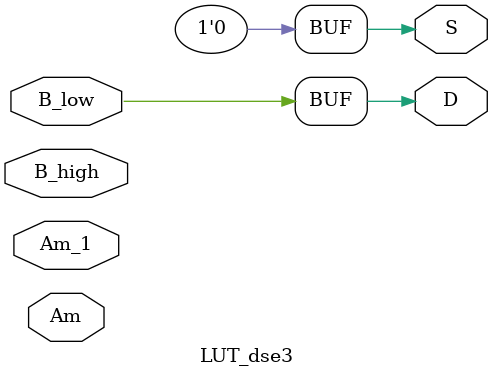
<source format=v>
`timescale 1ns/1ns
module LUT_dse3(
    input           Am          ,
    input           B_low       ,
    input           Am_1        ,
    input           B_high      ,
    output          S           ,
    output          D           //           
);

	assign D = B_low;
	assign S = 1'b0;

endmodule // LUT__dse3


</source>
